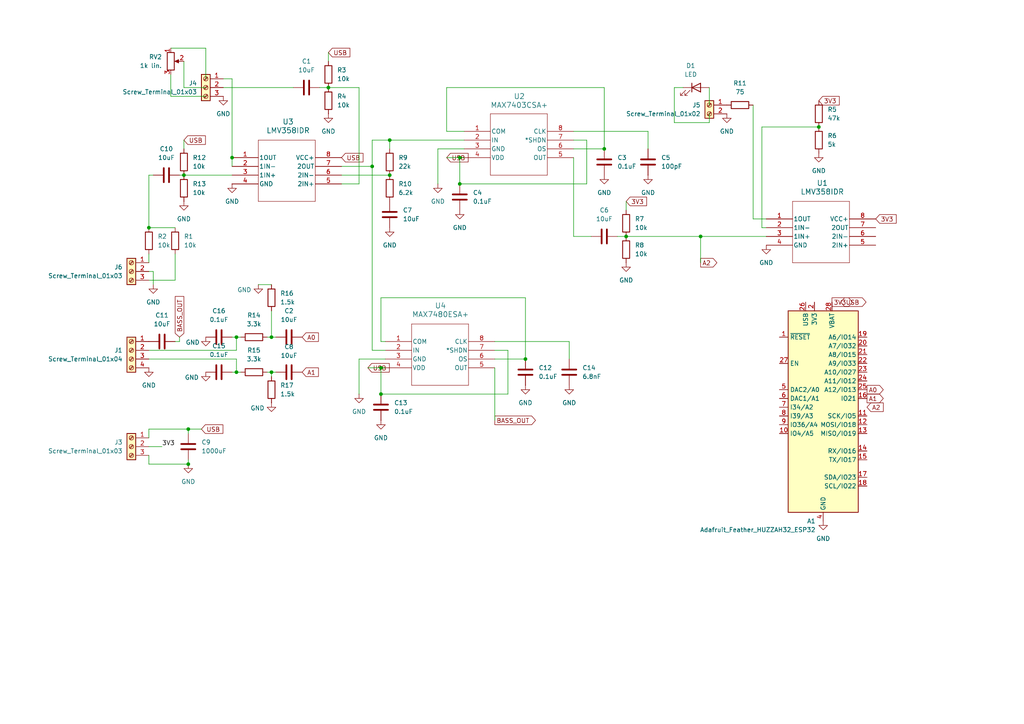
<source format=kicad_sch>
(kicad_sch (version 20231120) (generator "eeschema") (generator_version "8.0")
  (paper "A4")
  (lib_symbols
    (symbol "2024-09-15_01-54-02:MAX7403CSA+" (pin_names (offset 0.254))
      (property "Reference" "U2" (at 16.002 10.16 0))
      (property "Value" "MAX7403CSA+" (at 16.002 7.62 0))
      (symbol "MAX7403CSA+_0_1"
        (polyline (pts (xy 7.62 -12.7) (xy 24.13 -12.7)) (stroke (width 0.127)))
        (polyline (pts (xy 7.62 5.08) (xy 7.62 -12.7)) (stroke (width 0.127)))
        (polyline (pts (xy 24.13 -12.7) (xy 24.13 5.08)) (stroke (width 0.127)))
        (polyline (pts (xy 24.13 5.08) (xy 7.62 5.08)) (stroke (width 0.127)))
        (pin input line (at 0 0 0) (length 7.62) (name "COM") (number "1"))
        (pin input line (at 0 -2.54 0) (length 7.62) (name "IN") (number "2"))
        (pin power_in line (at 0 -5.08 0) (length 7.62) (name "GND") (number "3"))
        (pin power_in line (at 0 -7.62 0) (length 7.62) (name "VDD") (number "4"))
        (pin output line (at 31.75 -7.62 180) (length 7.62) (name "OUT") (number "5"))
        (pin input line (at 31.75 -5.08 180) (length 7.62) (name "OS") (number "6"))
        (pin input line (at 31.75 -2.54 180) (length 7.62) (name "*SHDN") (number "7"))
        (pin input line (at 31.75 0 180) (length 7.62) (name "CLK") (number "8"))
      )
    )
    (symbol "2024-09-15_02-31-25:LMV358IDR" (pin_names (offset 0.254))
      (property "Reference" "U3" (at 16.256 10.414 0))
      (property "Value" "LMV358IDR" (at 16.256 7.874 0))
      (symbol "LMV358IDR_0_1"
        (polyline (pts (xy 7.62 -12.7) (xy 24.13 -12.7)) (stroke (width 0.127)))
        (polyline (pts (xy 7.62 5.08) (xy 7.62 -12.7)) (stroke (width 0.127)))
        (polyline (pts (xy 24.13 -12.7) (xy 24.13 5.08)) (stroke (width 0.127)))
        (polyline (pts (xy 24.13 5.08) (xy 7.62 5.08)) (stroke (width 0.127)))
        (pin output line (at 0 0 0) (length 7.62) (name "1OUT") (number "1"))
        (pin input line (at 0 -2.54 0) (length 7.62) (name "1IN-") (number "2"))
        (pin input line (at 0 -5.08 0) (length 7.62) (name "1IN+") (number "3"))
        (pin power_in line (at 0 -7.62 0) (length 7.62) (name "GND") (number "4"))
        (pin input line (at 31.75 -7.62 180) (length 7.62) (name "2IN+") (number "5"))
        (pin input line (at 31.75 -5.08 180) (length 7.62) (name "2IN-") (number "6"))
        (pin output line (at 31.75 -2.54 180) (length 7.62) (name "2OUT") (number "7"))
        (pin power_in line (at 31.75 0 180) (length 7.62) (name "VCC+") (number "8"))
      )
    )
    (symbol "2024-10-15_04-05-58:MAX7480ESA+" (pin_names (offset 0.254))
      (property "Reference" "U4" (at 16.002 10.414 0))
      (property "Value" "MAX7480ESA+" (at 16.002 7.874 0))
      (symbol "MAX7480ESA+_0_1"
        (polyline (pts (xy 7.62 -12.7) (xy 24.13 -12.7)) (stroke (width 0.127)))
        (polyline (pts (xy 7.62 5.08) (xy 7.62 -12.7)) (stroke (width 0.127)))
        (polyline (pts (xy 24.13 -12.7) (xy 24.13 5.08)) (stroke (width 0.127)))
        (polyline (pts (xy 24.13 5.08) (xy 7.62 5.08)) (stroke (width 0.127)))
        (pin input line (at 0 0 0) (length 7.62) (name "COM") (number "1"))
        (pin input line (at 0 -2.54 0) (length 7.62) (name "IN") (number "2"))
        (pin power_in line (at 0 -5.08 0) (length 7.62) (name "GND") (number "3"))
        (pin power_in line (at 0 -7.62 0) (length 7.62) (name "VDD") (number "4"))
        (pin output line (at 31.75 -7.62 180) (length 7.62) (name "OUT") (number "5"))
        (pin input line (at 31.75 -5.08 180) (length 7.62) (name "OS") (number "6"))
        (pin input line (at 31.75 -2.54 180) (length 7.62) (name "*SHDN") (number "7"))
        (pin input line (at 31.75 0 180) (length 7.62) (name "CLK") (number "8"))
      )
    )
    (symbol "Connector:Screw_Terminal_01x02" (pin_names (offset 1.016) hide)
      (property "Reference" "J" (at 0 2.54 0))
      (property "Value" "Screw_Terminal_01x02" (at 0 -5.08 0))
      (symbol "Screw_Terminal_01x02_1_1"
        (rectangle (start -1.27 1.27) (end 1.27 -3.81) (stroke (width 0.254)) (fill (type background)))
        (circle (center 0 -2.54) (radius 0.635) (stroke (width 0.1524)))
        (polyline (pts (xy -0.5334 -2.2098) (xy 0.3302 -3.048)) (stroke (width 0.1524)))
        (polyline (pts (xy -0.5334 0.3302) (xy 0.3302 -0.508)) (stroke (width 0.1524)))
        (polyline (pts (xy -0.3556 -2.032) (xy 0.508 -2.8702)) (stroke (width 0.1524)))
        (polyline (pts (xy -0.3556 0.508) (xy 0.508 -0.3302)) (stroke (width 0.1524)))
        (circle (center 0 0) (radius 0.635) (stroke (width 0.1524)))
        (pin passive line (at -5.08 0 0) (length 3.81) (name "Pin_1") (number "1"))
        (pin passive line (at -5.08 -2.54 0) (length 3.81) (name "Pin_2") (number "2"))
      )
    )
    (symbol "Connector:Screw_Terminal_01x03" (pin_names (offset 1.016) hide)
      (property "Reference" "J" (at 0 5.08 0))
      (property "Value" "Screw_Terminal_01x03" (at 0 -5.08 0))
      (symbol "Screw_Terminal_01x03_1_1"
        (rectangle (start -1.27 3.81) (end 1.27 -3.81) (stroke (width 0.254)) (fill (type background)))
        (circle (center 0 -2.54) (radius 0.635) (stroke (width 0.1524)))
        (polyline (pts (xy -0.5334 -2.2098) (xy 0.3302 -3.048)) (stroke (width 0.1524)))
        (polyline (pts (xy -0.5334 0.3302) (xy 0.3302 -0.508)) (stroke (width 0.1524)))
        (polyline (pts (xy -0.5334 2.8702) (xy 0.3302 2.032)) (stroke (width 0.1524)))
        (polyline (pts (xy -0.3556 -2.032) (xy 0.508 -2.8702)) (stroke (width 0.1524)))
        (polyline (pts (xy -0.3556 0.508) (xy 0.508 -0.3302)) (stroke (width 0.1524)))
        (polyline (pts (xy -0.3556 3.048) (xy 0.508 2.2098)) (stroke (width 0.1524)))
        (circle (center 0 0) (radius 0.635) (stroke (width 0.1524)))
        (circle (center 0 2.54) (radius 0.635) (stroke (width 0.1524)))
        (pin passive line (at -5.08 2.54 0) (length 3.81) (name "Pin_1") (number "1"))
        (pin passive line (at -5.08 0 0) (length 3.81) (name "Pin_2") (number "2"))
        (pin passive line (at -5.08 -2.54 0) (length 3.81) (name "Pin_3") (number "3"))
      )
    )
    (symbol "Connector:Screw_Terminal_01x04" (pin_names (offset 1.016) hide)
      (property "Reference" "J" (at 0 5.08 0))
      (property "Value" "Screw_Terminal_01x04" (at 0 -7.62 0))
      (symbol "Screw_Terminal_01x04_1_1"
        (rectangle (start -1.27 3.81) (end 1.27 -6.35) (stroke (width 0.254)) (fill (type background)))
        (circle (center 0 -5.08) (radius 0.635) (stroke (width 0.1524)))
        (circle (center 0 -2.54) (radius 0.635) (stroke (width 0.1524)))
        (polyline (pts (xy -0.5334 -4.7498) (xy 0.3302 -5.588)) (stroke (width 0.1524)))
        (polyline (pts (xy -0.5334 -2.2098) (xy 0.3302 -3.048)) (stroke (width 0.1524)))
        (polyline (pts (xy -0.5334 0.3302) (xy 0.3302 -0.508)) (stroke (width 0.1524)))
        (polyline (pts (xy -0.5334 2.8702) (xy 0.3302 2.032)) (stroke (width 0.1524)))
        (polyline (pts (xy -0.3556 -4.572) (xy 0.508 -5.4102)) (stroke (width 0.1524)))
        (polyline (pts (xy -0.3556 -2.032) (xy 0.508 -2.8702)) (stroke (width 0.1524)))
        (polyline (pts (xy -0.3556 0.508) (xy 0.508 -0.3302)) (stroke (width 0.1524)))
        (polyline (pts (xy -0.3556 3.048) (xy 0.508 2.2098)) (stroke (width 0.1524)))
        (circle (center 0 0) (radius 0.635) (stroke (width 0.1524)))
        (circle (center 0 2.54) (radius 0.635) (stroke (width 0.1524)))
        (pin passive line (at -5.08 2.54 0) (length 3.81) (name "Pin_1") (number "1"))
        (pin passive line (at -5.08 0 0) (length 3.81) (name "Pin_2") (number "2"))
        (pin passive line (at -5.08 -2.54 0) (length 3.81) (name "Pin_3") (number "3"))
        (pin passive line (at -5.08 -5.08 0) (length 3.81) (name "Pin_4") (number "4"))
      )
    )
    (symbol "Device:C" (pin_numbers hide) (pin_names (offset 0.254))
      (property "Reference" "C" (at 0.635 2.54 0))
      (property "Value" "C" (at 0.635 -2.54 0))
      (symbol "C_0_1"
        (polyline (pts (xy -2.032 -0.762) (xy 2.032 -0.762)) (stroke (width 0.508)))
        (polyline (pts (xy -2.032 0.762) (xy 2.032 0.762)) (stroke (width 0.508)))
      )
      (symbol "C_1_1"
        (pin passive line (at 0 3.81 270) (length 2.794) (name "~") (number "1"))
        (pin passive line (at 0 -3.81 90) (length 2.794) (name "~") (number "2"))
      )
    )
    (symbol "Device:LED" (pin_numbers hide) (pin_names (offset 1.016) hide)
      (property "Reference" "D" (at 0 2.54 0))
      (property "Value" "LED" (at 0 -2.54 0))
      (symbol "LED_0_1"
        (polyline (pts (xy -1.27 -1.27) (xy -1.27 1.27)) (stroke (width 0.254)))
        (polyline (pts (xy -1.27 0) (xy 1.27 0)))
        (polyline (pts (xy 1.27 -1.27) (xy 1.27 1.27) (xy -1.27 0) (xy 1.27 -1.27)) (stroke (width 0.254)))
        (polyline (pts (xy -3.048 -0.762) (xy -4.572 -2.286) (xy -3.81 -2.286) (xy -4.572 -2.286) (xy -4.572 -1.524)))
        (polyline (pts (xy -1.778 -0.762) (xy -3.302 -2.286) (xy -2.54 -2.286) (xy -3.302 -2.286) (xy -3.302 -1.524)))
      )
      (symbol "LED_1_1"
        (pin passive line (at -3.81 0 0) (length 2.54) (name "K") (number "1"))
        (pin passive line (at 3.81 0 180) (length 2.54) (name "A") (number "2"))
      )
    )
    (symbol "Device:R" (pin_numbers hide) (pin_names (offset 0))
      (property "Reference" "R" (at 2.032 0 90))
      (property "Value" "R" (at 0 0 90))
      (symbol "R_0_1"
        (rectangle (start -1.016 -2.54) (end 1.016 2.54) (stroke (width 0.254)))
      )
      (symbol "R_1_1"
        (pin passive line (at 0 3.81 270) (length 1.27) (name "~") (number "1"))
        (pin passive line (at 0 -3.81 90) (length 1.27) (name "~") (number "2"))
      )
    )
    (symbol "Device:R_Potentiometer" (pin_names (offset 1.016) hide)
      (property "Reference" "RV" (at -4.445 0 90))
      (property "Value" "R_Potentiometer" (at -2.54 0 90))
      (symbol "R_Potentiometer_0_1"
        (polyline (pts (xy 2.54 0) (xy 1.524 0)))
        (polyline (pts (xy 1.143 0) (xy 2.286 0.508) (xy 2.286 -0.508) (xy 1.143 0)) (fill (type outline)))
        (rectangle (start 1.016 2.54) (end -1.016 -2.54) (stroke (width 0.254)))
      )
      (symbol "R_Potentiometer_1_1"
        (pin passive line (at 0 3.81 270) (length 1.27) (name "1") (number "1"))
        (pin passive line (at 3.81 0 180) (length 1.27) (name "2") (number "2"))
        (pin passive line (at 0 -3.81 90) (length 1.27) (name "3") (number "3"))
      )
    )
    (symbol "MCU_Module:Adafruit_Feather_HUZZAH32_ESP32"
      (property "Reference" "A" (at -10.16 29.21 0))
      (property "Value" "Adafruit_Feather_HUZZAH32_ESP32" (at 2.54 -31.75 0))
      (symbol "Adafruit_Feather_HUZZAH32_ESP32_0_1"
        (rectangle (start -10.16 27.94) (end 10.16 -30.48) (stroke (width 0.254)) (fill (type background)))
      )
      (symbol "Adafruit_Feather_HUZZAH32_ESP32_1_1"
        (pin input line (at 12.7 20.32 180) (length 2.54) (name "~{RESET}") (number "1"))
        (pin bidirectional line (at 12.7 -7.62 180) (length 2.54) (name "IO4/A5") (number "10"))
        (pin bidirectional line (at -12.7 -2.54 0) (length 2.54) (name "SCK/IO5") (number "11"))
        (pin bidirectional line (at -12.7 -5.08 0) (length 2.54) (name "MOSI/IO18") (number "12"))
        (pin bidirectional line (at -12.7 -7.62 0) (length 2.54) (name "MISO/IO19") (number "13"))
        (pin bidirectional line (at -12.7 -12.7 0) (length 2.54) (name "RX/IO16") (number "14"))
        (pin bidirectional line (at -12.7 -15.24 0) (length 2.54) (name "TX/IO17") (number "15"))
        (pin bidirectional line (at -12.7 2.54 0) (length 2.54) (name "IO21") (number "16"))
        (pin bidirectional line (at -12.7 -20.32 0) (length 2.54) (name "SDA/IO23") (number "17"))
        (pin bidirectional line (at -12.7 -22.86 0) (length 2.54) (name "SCL/IO22") (number "18"))
        (pin bidirectional line (at -12.7 20.32 0) (length 2.54) (name "A6/IO14") (number "19"))
        (pin power_in line (at 2.54 30.48 270) (length 2.54) (name "3V3") (number "2"))
        (pin bidirectional line (at -12.7 17.78 0) (length 2.54) (name "A7/IO32") (number "20"))
        (pin bidirectional line (at -12.7 15.24 0) (length 2.54) (name "A8/IO15") (number "21"))
        (pin bidirectional line (at -12.7 12.7 0) (length 2.54) (name "A9/IO33") (number "22"))
        (pin bidirectional line (at -12.7 10.16 0) (length 2.54) (name "A10/IO27") (number "23"))
        (pin bidirectional line (at -12.7 7.62 0) (length 2.54) (name "A11/IO12") (number "24"))
        (pin bidirectional line (at -12.7 5.08 0) (length 2.54) (name "A12/IO13") (number "25"))
        (pin power_in line (at 5.08 30.48 270) (length 2.54) (name "USB") (number "26"))
        (pin input line (at 12.7 12.7 180) (length 2.54) (name "EN") (number "27"))
        (pin power_in line (at -2.54 30.48 270) (length 2.54) (name "VBAT") (number "28"))
        (pin no_connect line (at 10.16 10.16 180) (length 2.54) hide (name "NC") (number "3"))
        (pin power_in line (at 0 -33.02 90) (length 2.54) (name "GND") (number "4"))
        (pin bidirectional line (at 12.7 5.08 180) (length 2.54) (name "DAC2/A0") (number "5"))
        (pin bidirectional line (at 12.7 2.54 180) (length 2.54) (name "DAC1/A1") (number "6"))
        (pin bidirectional line (at 12.7 0 180) (length 2.54) (name "I34/A2") (number "7"))
        (pin bidirectional line (at 12.7 -2.54 180) (length 2.54) (name "I39/A3") (number "8"))
        (pin bidirectional line (at 12.7 -5.08 180) (length 2.54) (name "IO36/A4") (number "9"))
      )
    )
    (symbol "power:GND" (power) (pin_numbers hide) (pin_names (offset 0) hide)
      (property "Value" "GND" (at 0 -3.81 0))
      (symbol "GND_0_1"
        (polyline (pts (xy 0 0) (xy 0 -1.27) (xy 1.27 -1.27) (xy 0 -2.54) (xy -1.27 -1.27) (xy 0 -1.27)))
      )
      (symbol "GND_1_1"
        (pin power_in line (at 0 0 270) (length 0) (name "~") (number "1"))
      )
    )
  )
  (junction (at 78.74 97.79))
  (junction (at 110.49 114.3))
  (junction (at 78.74 107.95))
  (junction (at 113.03 50.8))
  (junction (at 203.2 68.58))
  (junction (at 181.61 68.58))
  (junction (at 133.35 53.34))
  (junction (at 237.49 36.83))
  (junction (at 54.61 134.62))
  (junction (at 175.26 43.18))
  (junction (at 68.58 107.95))
  (junction (at 133.35 45.72))
  (junction (at 152.4 104.14))
  (junction (at 110.49 106.68))
  (junction (at 54.61 124.46))
  (junction (at 53.34 50.8))
  (junction (at 107.95 48.26))
  (junction (at 68.58 97.79))
  (junction (at 67.31 45.72))
  (junction (at 113.03 40.64))
  (junction (at 95.25 25.4))
  (junction (at 43.18 66.04))
  (wire (pts (xy 143.51 99.06) (xy 165.1 99.06)))
  (wire (pts (xy 68.58 101.6) (xy 68.58 97.79)))
  (wire (pts (xy 52.07 99.06) (xy 52.07 97.79)))
  (wire (pts (xy 220.98 36.83) (xy 237.49 36.83)))
  (wire (pts (xy 43.18 132.08) (xy 43.18 134.62)))
  (wire (pts (xy 54.61 133.35) (xy 54.61 134.62)))
  (wire (pts (xy 198.12 25.4) (xy 195.58 25.4)))
  (wire (pts (xy 110.49 86.36) (xy 110.49 99.06)))
  (wire (pts (xy 110.49 106.68) (xy 110.49 114.3)))
  (wire (pts (xy 110.49 99.06) (xy 111.76 99.06)))
  (wire (pts (xy 53.34 50.8) (xy 67.31 50.8)))
  (wire (pts (xy 68.58 107.95) (xy 69.85 107.95)))
  (wire (pts (xy 95.25 25.4) (xy 104.14 25.4)))
  (wire (pts (xy 53.34 50.8) (xy 52.07 50.8)))
  (wire (pts (xy 181.61 58.42) (xy 181.61 60.96)))
  (wire (pts (xy 133.35 45.72) (xy 129.54 45.72)))
  (wire (pts (xy 43.18 134.62) (xy 54.61 134.62)))
  (wire (pts (xy 166.37 45.72) (xy 166.37 68.58)))
  (wire (pts (xy 129.54 38.1) (xy 134.62 38.1)))
  (wire (pts (xy 68.58 97.79) (xy 69.85 97.79)))
  (wire (pts (xy 67.31 45.72) (xy 67.31 48.26)))
  (wire (pts (xy 67.31 45.72) (xy 67.31 22.86)))
  (wire (pts (xy 77.47 97.79) (xy 78.74 97.79)))
  (wire (pts (xy 203.2 68.58) (xy 222.25 68.58)))
  (wire (pts (xy 95.25 25.4) (xy 92.71 25.4)))
  (wire (pts (xy 147.32 101.6) (xy 147.32 114.3)))
  (wire (pts (xy 52.07 99.06) (xy 50.8 99.06)))
  (wire (pts (xy 220.98 66.04) (xy 220.98 36.83)))
  (wire (pts (xy 107.95 40.64) (xy 113.03 40.64)))
  (wire (pts (xy 44.45 78.74) (xy 43.18 78.74)))
  (wire (pts (xy 218.44 30.48) (xy 218.44 63.5)))
  (wire (pts (xy 43.18 81.28) (xy 50.8 81.28)))
  (wire (pts (xy 113.03 40.64) (xy 134.62 40.64)))
  (wire (pts (xy 54.61 124.46) (xy 58.42 124.46)))
  (wire (pts (xy 133.35 45.72) (xy 133.35 53.34)))
  (wire (pts (xy 43.18 66.04) (xy 43.18 50.8)))
  (wire (pts (xy 104.14 25.4) (xy 104.14 53.34)))
  (wire (pts (xy 49.53 27.94) (xy 59.69 27.94)))
  (wire (pts (xy 107.95 101.6) (xy 111.76 101.6)))
  (wire (pts (xy 203.2 68.58) (xy 203.2 76.2)))
  (wire (pts (xy 127 43.18) (xy 127 53.34)))
  (wire (pts (xy 111.76 104.14) (xy 104.14 104.14)))
  (wire (pts (xy 170.18 40.64) (xy 170.18 53.34)))
  (wire (pts (xy 129.54 25.4) (xy 175.26 25.4)))
  (wire (pts (xy 68.58 104.14) (xy 68.58 107.95)))
  (wire (pts (xy 175.26 25.4) (xy 175.26 43.18)))
  (wire (pts (xy 134.62 43.18) (xy 127 43.18)))
  (wire (pts (xy 43.18 129.54) (xy 46.99 129.54)))
  (wire (pts (xy 175.26 43.18) (xy 166.37 43.18)))
  (wire (pts (xy 49.53 21.59) (xy 49.53 27.94)))
  (wire (pts (xy 43.18 104.14) (xy 68.58 104.14)))
  (wire (pts (xy 222.25 66.04) (xy 220.98 66.04)))
  (wire (pts (xy 78.74 109.22) (xy 78.74 107.95)))
  (wire (pts (xy 78.74 90.17) (xy 78.74 97.79)))
  (wire (pts (xy 195.58 25.4) (xy 195.58 35.56)))
  (wire (pts (xy 64.77 25.4) (xy 85.09 25.4)))
  (wire (pts (xy 166.37 40.64) (xy 170.18 40.64)))
  (wire (pts (xy 166.37 38.1) (xy 187.96 38.1)))
  (wire (pts (xy 44.45 82.55) (xy 44.45 78.74)))
  (wire (pts (xy 143.51 106.68) (xy 143.51 121.92)))
  (wire (pts (xy 50.8 66.04) (xy 43.18 66.04)))
  (wire (pts (xy 49.53 13.97) (xy 59.69 13.97)))
  (wire (pts (xy 99.06 50.8) (xy 113.03 50.8)))
  (wire (pts (xy 205.74 33.02) (xy 205.74 35.56)))
  (wire (pts (xy 53.34 25.4) (xy 59.69 25.4)))
  (wire (pts (xy 77.47 107.95) (xy 78.74 107.95)))
  (wire (pts (xy 50.8 81.28) (xy 50.8 73.66)))
  (wire (pts (xy 205.74 25.4) (xy 205.74 30.48)))
  (wire (pts (xy 181.61 68.58) (xy 179.07 68.58)))
  (wire (pts (xy 218.44 63.5) (xy 222.25 63.5)))
  (wire (pts (xy 74.93 82.55) (xy 78.74 82.55)))
  (wire (pts (xy 110.49 106.68) (xy 111.76 106.68)))
  (wire (pts (xy 78.74 97.79) (xy 80.01 97.79)))
  (wire (pts (xy 106.68 106.68) (xy 110.49 106.68)))
  (wire (pts (xy 166.37 68.58) (xy 171.45 68.58)))
  (wire (pts (xy 107.95 40.64) (xy 107.95 48.26)))
  (wire (pts (xy 67.31 97.79) (xy 68.58 97.79)))
  (wire (pts (xy 170.18 53.34) (xy 133.35 53.34)))
  (wire (pts (xy 181.61 68.58) (xy 203.2 68.58)))
  (wire (pts (xy 104.14 104.14) (xy 104.14 114.3)))
  (wire (pts (xy 143.51 101.6) (xy 147.32 101.6)))
  (wire (pts (xy 113.03 43.18) (xy 113.03 40.64)))
  (wire (pts (xy 43.18 124.46) (xy 54.61 124.46)))
  (wire (pts (xy 67.31 22.86) (xy 64.77 22.86)))
  (wire (pts (xy 187.96 38.1) (xy 187.96 43.18)))
  (wire (pts (xy 152.4 86.36) (xy 152.4 104.14)))
  (wire (pts (xy 147.32 114.3) (xy 110.49 114.3)))
  (wire (pts (xy 78.74 107.95) (xy 80.01 107.95)))
  (wire (pts (xy 43.18 101.6) (xy 68.58 101.6)))
  (wire (pts (xy 53.34 40.64) (xy 53.34 43.18)))
  (wire (pts (xy 110.49 86.36) (xy 152.4 86.36)))
  (wire (pts (xy 95.25 15.24) (xy 95.25 17.78)))
  (wire (pts (xy 43.18 73.66) (xy 43.18 76.2)))
  (wire (pts (xy 43.18 124.46) (xy 43.18 127)))
  (wire (pts (xy 67.31 107.95) (xy 68.58 107.95)))
  (wire (pts (xy 165.1 99.06) (xy 165.1 104.14)))
  (wire (pts (xy 43.18 50.8) (xy 44.45 50.8)))
  (wire (pts (xy 107.95 48.26) (xy 99.06 48.26)))
  (wire (pts (xy 195.58 35.56) (xy 205.74 35.56)))
  (wire (pts (xy 107.95 48.26) (xy 107.95 101.6)))
  (wire (pts (xy 133.35 45.72) (xy 134.62 45.72)))
  (wire (pts (xy 53.34 17.78) (xy 53.34 25.4)))
  (wire (pts (xy 54.61 124.46) (xy 54.61 125.73)))
  (wire (pts (xy 129.54 38.1) (xy 129.54 25.4)))
  (wire (pts (xy 152.4 104.14) (xy 143.51 104.14)))
  (wire (pts (xy 59.69 13.97) (xy 59.69 22.86)))
  (wire (pts (xy 104.14 53.34) (xy 99.06 53.34)))
  (label "3V3" (at 46.99 129.54 0))
  (global_label "BASS_OUT" (shape input) (at 52.07 97.79 90) (property "Intersheetrefs" "${INTERSHEET_REFS}" (effects (hide yes))))
  (global_label "A1" (shape input) (at 87.63 107.95 0) (property "Intersheetrefs" "${INTERSHEET_REFS}" (effects (hide yes))))
  (global_label "A2" (shape input) (at 251.46 118.11 0) (property "Intersheetrefs" "${INTERSHEET_REFS}" (effects (hide yes))))
  (global_label "3V3" (shape input) (at 254 63.5 0) (property "Intersheetrefs" "${INTERSHEET_REFS}" (effects (hide yes))))
  (global_label "3V3" (shape input) (at 181.61 58.42 0) (property "Intersheetrefs" "${INTERSHEET_REFS}" (effects (hide yes))))
  (global_label "3V3" (shape output) (at 241.3 87.63 0) (property "Intersheetrefs" "${INTERSHEET_REFS}" (effects (hide yes))))
  (global_label "A0" (shape input) (at 87.63 97.79 0) (property "Intersheetrefs" "${INTERSHEET_REFS}" (effects (hide yes))))
  (global_label "USB" (shape input) (at 129.54 45.72 0) (property "Intersheetrefs" "${INTERSHEET_REFS}" (effects (hide yes))))
  (global_label "A1" (shape output) (at 251.46 115.57 0) (property "Intersheetrefs" "${INTERSHEET_REFS}" (effects (hide yes))))
  (global_label "USB" (shape input) (at 99.06 45.72 0) (property "Intersheetrefs" "${INTERSHEET_REFS}" (effects (hide yes))))
  (global_label "USB" (shape input) (at 95.25 15.24 0) (property "Intersheetrefs" "${INTERSHEET_REFS}" (effects (hide yes))))
  (global_label "A0" (shape output) (at 251.46 113.03 0) (property "Intersheetrefs" "${INTERSHEET_REFS}" (effects (hide yes))))
  (global_label "A2" (shape output) (at 203.2 76.2 0) (property "Intersheetrefs" "${INTERSHEET_REFS}" (effects (hide yes))))
  (global_label "USB" (shape input) (at 53.34 40.64 0) (property "Intersheetrefs" "${INTERSHEET_REFS}" (effects (hide yes))))
  (global_label "BASS_OUT" (shape output) (at 143.51 121.92 0) (property "Intersheetrefs" "${INTERSHEET_REFS}" (effects (hide yes))))
  (global_label "3V3" (shape input) (at 237.49 29.21 0) (property "Intersheetrefs" "${INTERSHEET_REFS}" (effects (hide yes))))
  (global_label "USB" (shape input) (at 58.42 124.46 0) (property "Intersheetrefs" "${INTERSHEET_REFS}" (effects (hide yes))))
  (global_label "USB" (shape bidirectional) (at 243.84 87.63 0) (property "Intersheetrefs" "${INTERSHEET_REFS}" (effects (hide yes))))
  (global_label "USB" (shape input) (at 106.68 106.68 0) (property "Intersheetrefs" "${INTERSHEET_REFS}" (effects (hide yes))))
  (symbol (lib_id "Connector:Screw_Terminal_01x04") (at 38.1 101.6 0) (mirror y) (unit 1)
    (property "Reference" "J1" (at 35.56 101.5999 0) (effects (justify left)))
    (property "Value" "Screw_Terminal_01x04" (at 35.56 104.1399 0) (effects (justify left)))
    (property "Footprint" "TerminalBlock:TerminalBlock_bornier-4_P5.08mm" (effects (hide yes)))
    (property "Description" "Generic screw terminal, single row, 01x04, script generated (kicad-library-utils/schlib/autogen/connector/)" (effects (hide yes)))
  )
  (symbol (lib_id "Device:R") (at 237.49 40.64 0) (unit 1)
    (property "Reference" "R6" (at 240.03 39.3699 0) (effects (justify left)))
    (property "Value" "5k" (at 240.03 41.9099 0) (effects (justify left)))
    (property "Footprint" "Resistor_SMD:R_1206_3216Metric" (effects (hide yes)))
    (property "Description" "Resistor" (effects (hide yes)))
  )
  (symbol (lib_id "power:GND") (at 222.25 71.12 0) (unit 1)
    (property "Reference" "#PWR04" (effects (hide yes)))
    (property "Value" "GND" (at 222.25 76.2 0))
    (property "Description" "Power symbol creates a global label with name \"GND\" , ground" (effects (hide yes)))
  )
  (symbol (lib_id "Device:C") (at 187.96 46.99 180) (unit 1)
    (property "Reference" "C5" (at 191.77 45.7199 0) (effects (justify right)))
    (property "Value" "100pF" (at 191.77 48.2599 0) (effects (justify right)))
    (property "Footprint" "Capacitor_SMD:C_0805_2012Metric" (effects (hide yes)))
    (property "Description" "Unpolarized capacitor" (effects (hide yes)))
  )
  (symbol (lib_id "Device:C") (at 175.26 68.58 270) (unit 1)
    (property "Reference" "C6" (at 175.26 60.96 90))
    (property "Value" "10uF" (at 175.26 63.5 90))
    (property "Footprint" "Capacitor_SMD:C_0805_2012Metric" (effects (hide yes)))
    (property "Description" "Unpolarized capacitor" (effects (hide yes)))
  )
  (symbol (lib_id "power:GND") (at 127 53.34 0) (unit 1)
    (property "Reference" "#PWR09" (effects (hide yes)))
    (property "Value" "GND" (at 127 58.42 0))
    (property "Description" "Power symbol creates a global label with name \"GND\" , ground" (effects (hide yes)))
  )
  (symbol (lib_id "Device:R") (at 78.74 113.03 0) (unit 1)
    (property "Reference" "R17" (at 81.28 111.7599 0) (effects (justify left)))
    (property "Value" "1.5k" (at 81.28 114.2999 0) (effects (justify left)))
    (property "Footprint" "Resistor_SMD:R_1206_3216Metric" (effects (hide yes)))
    (property "Description" "Resistor" (effects (hide yes)))
  )
  (symbol (lib_id "power:GND") (at 187.96 50.8 0) (unit 1)
    (property "Reference" "#PWR010" (effects (hide yes)))
    (property "Value" "GND" (at 187.96 55.88 0))
    (property "Description" "Power symbol creates a global label with name \"GND\" , ground" (effects (hide yes)))
  )
  (symbol (lib_id "Device:C") (at 63.5 107.95 90) (unit 1)
    (property "Reference" "C15" (at 63.5 100.33 90))
    (property "Value" "0.1uF" (at 63.5 102.87 90))
    (property "Footprint" "Capacitor_SMD:C_0805_2012Metric" (effects (hide yes)))
    (property "Description" "Unpolarized capacitor" (effects (hide yes)))
  )
  (symbol (lib_id "power:GND") (at 165.1 111.76 0) (unit 1)
    (property "Reference" "#PWR021" (effects (hide yes)))
    (property "Value" "GND" (at 165.1 116.84 0))
    (property "Description" "Power symbol creates a global label with name \"GND\" , ground" (effects (hide yes)))
  )
  (symbol (lib_id "Device:C") (at 152.4 107.95 180) (unit 1)
    (property "Reference" "C12" (at 156.21 106.6799 0) (effects (justify right)))
    (property "Value" "0.1uF" (at 156.21 109.2199 0) (effects (justify right)))
    (property "Footprint" "Capacitor_SMD:C_0805_2012Metric" (effects (hide yes)))
    (property "Description" "Unpolarized capacitor" (effects (hide yes)))
  )
  (symbol (lib_id "power:GND") (at 181.61 76.2 0) (unit 1)
    (property "Reference" "#PWR011" (effects (hide yes)))
    (property "Value" "GND" (at 181.61 81.28 0))
    (property "Description" "Power symbol creates a global label with name \"GND\" , ground" (effects (hide yes)))
  )
  (symbol (lib_id "power:GND") (at 210.82 33.02 0) (unit 1)
    (property "Reference" "#PWR06" (effects (hide yes)))
    (property "Value" "GND" (at 210.82 38.1 0))
    (property "Description" "Power symbol creates a global label with name \"GND\" , ground" (effects (hide yes)))
  )
  (symbol (lib_id "Device:R") (at 181.61 64.77 0) (unit 1)
    (property "Reference" "R7" (at 184.15 63.4999 0) (effects (justify left)))
    (property "Value" "10k" (at 184.15 66.0399 0) (effects (justify left)))
    (property "Footprint" "Resistor_SMD:R_1206_3216Metric" (effects (hide yes)))
    (property "Description" "Resistor" (effects (hide yes)))
  )
  (symbol (lib_id "power:GND") (at 59.69 97.79 0) (unit 1)
    (property "Reference" "#PWR023" (effects (hide yes)))
    (property "Value" "GND" (at 55.88 99.314 0))
    (property "Description" "Power symbol creates a global label with name \"GND\" , ground" (effects (hide yes)))
  )
  (symbol (lib_id "power:GND") (at 238.76 151.13 0) (unit 1)
    (property "Reference" "#PWR016" (effects (hide yes)))
    (property "Value" "GND" (at 238.76 156.21 0))
    (property "Description" "Power symbol creates a global label with name \"GND\" , ground" (effects (hide yes)))
  )
  (symbol (lib_id "Device:R") (at 95.25 21.59 0) (unit 1)
    (property "Reference" "R3" (at 97.79 20.3199 0) (effects (justify left)))
    (property "Value" "10k" (at 97.79 22.8599 0) (effects (justify left)))
    (property "Footprint" "Resistor_SMD:R_1206_3216Metric" (effects (hide yes)))
    (property "Description" "Resistor" (effects (hide yes)))
  )
  (symbol (lib_id "power:GND") (at 67.31 53.34 0) (unit 1)
    (property "Reference" "#PWR012" (effects (hide yes)))
    (property "Value" "GND" (at 67.31 58.42 0))
    (property "Description" "Power symbol creates a global label with name \"GND\" , ground" (effects (hide yes)))
  )
  (symbol (lib_id "Connector:Screw_Terminal_01x03") (at 38.1 129.54 0) (mirror y) (unit 1)
    (property "Reference" "J3" (at 35.56 128.2699 0) (effects (justify left)))
    (property "Value" "Screw_Terminal_01x03" (at 35.56 130.8099 0) (effects (justify left)))
    (property "Footprint" "TerminalBlock:TerminalBlock_bornier-3_P5.08mm" (effects (hide yes)))
    (property "Description" "Generic screw terminal, single row, 01x03, script generated (kicad-library-utils/schlib/autogen/connector/)" (effects (hide yes)))
  )
  (symbol (lib_id "power:GND") (at 175.26 50.8 0) (unit 1)
    (property "Reference" "#PWR07" (effects (hide yes)))
    (property "Value" "GND" (at 175.26 55.88 0))
    (property "Description" "Power symbol creates a global label with name \"GND\" , ground" (effects (hide yes)))
  )
  (symbol (lib_id "Device:R") (at 113.03 46.99 180) (unit 1)
    (property "Reference" "R9" (at 115.57 45.7199 0) (effects (justify right)))
    (property "Value" "22k" (at 115.57 48.2599 0) (effects (justify right)))
    (property "Footprint" "Resistor_SMD:R_1206_3216Metric" (effects (hide yes)))
    (property "Description" "Resistor" (effects (hide yes)))
  )
  (symbol (lib_id "Device:C") (at 54.61 129.54 180) (unit 1)
    (property "Reference" "C9" (at 58.42 128.2699 0) (effects (justify right)))
    (property "Value" "1000uF" (at 58.42 130.8099 0) (effects (justify right)))
    (property "Footprint" "Capacitor_THT:CP_Radial_D8.0mm_P3.50mm" (effects (hide yes)))
    (property "Description" "Unpolarized capacitor" (effects (hide yes)))
  )
  (symbol (lib_id "power:GND") (at 54.61 134.62 0) (unit 1)
    (property "Reference" "#PWR015" (effects (hide yes)))
    (property "Value" "GND" (at 54.61 139.7 0))
    (property "Description" "Power symbol creates a global label with name \"GND\" , ground" (effects (hide yes)))
  )
  (symbol (lib_id "Device:LED") (at 201.93 25.4 0) (unit 1)
    (property "Reference" "D1" (at 200.3425 19.05 0))
    (property "Value" "LED" (at 200.3425 21.59 0))
    (property "Description" "Light emitting diode" (effects (hide yes)))
  )
  (symbol (lib_id "Connector:Screw_Terminal_01x02") (at 205.74 30.48 0) (mirror y) (unit 1)
    (property "Reference" "J5" (at 203.2 30.4799 0) (effects (justify left)))
    (property "Value" "Screw_Terminal_01x02" (at 203.2 33.0199 0) (effects (justify left)))
    (property "Footprint" "TerminalBlock:TerminalBlock_bornier-2_P5.08mm" (effects (hide yes)))
    (property "Description" "Generic screw terminal, single row, 01x02, script generated (kicad-library-utils/schlib/autogen/connector/)" (effects (hide yes)))
  )
  (symbol (lib_id "2024-09-15_02-31-25:LMV358IDR") (at 67.31 45.72 0) (unit 1)
    (property "Reference" "U3" (at 83.566 35.306 0) (effects (font (size 1.524 1.524))))
    (property "Value" "LMV358IDR" (at 83.566 37.846 0) (effects (font (size 1.524 1.524))))
    (property "Footprint" "footprints:21-0041B_8_MXM" (effects (hide yes)))
    (property "Datasheet" "LMV358IDR" (effects (hide yes)))
    (property "Sim.Library" "C:\\Users\\Nikita.SYNYTSIA\\Documents\\KiCad\\LMV358IDR\\KiCADv6\\footprints.pretty\\D8.kicad_mod" (effects (hide yes)))
  )
  (symbol (lib_id "power:GND") (at 133.35 60.96 0) (unit 1)
    (property "Reference" "#PWR08" (effects (hide yes)))
    (property "Value" "GND" (at 133.35 66.04 0))
    (property "Description" "Power symbol creates a global label with name \"GND\" , ground" (effects (hide yes)))
  )
  (symbol (lib_id "power:GND") (at 59.69 107.95 0) (unit 1)
    (property "Reference" "#PWR022" (effects (hide yes)))
    (property "Value" "GND" (at 55.626 109.474 0))
    (property "Description" "Power symbol creates a global label with name \"GND\" , ground" (effects (hide yes)))
  )
  (symbol (lib_id "Device:C") (at 133.35 57.15 180) (unit 1)
    (property "Reference" "C4" (at 137.16 55.8799 0) (effects (justify right)))
    (property "Value" "0.1uF" (at 137.16 58.4199 0) (effects (justify right)))
    (property "Footprint" "Capacitor_SMD:C_0805_2012Metric" (effects (hide yes)))
    (property "Description" "Unpolarized capacitor" (effects (hide yes)))
  )
  (symbol (lib_id "Device:R") (at 78.74 86.36 0) (unit 1)
    (property "Reference" "R16" (at 81.28 85.0899 0) (effects (justify left)))
    (property "Value" "1.5k" (at 81.28 87.6299 0) (effects (justify left)))
    (property "Footprint" "Resistor_SMD:R_1206_3216Metric" (effects (hide yes)))
    (property "Description" "Resistor" (effects (hide yes)))
  )
  (symbol (lib_id "power:GND") (at 113.03 66.04 0) (unit 1)
    (property "Reference" "#PWR013" (effects (hide yes)))
    (property "Value" "GND" (at 113.03 71.12 0))
    (property "Description" "Power symbol creates a global label with name \"GND\" , ground" (effects (hide yes)))
  )
  (symbol (lib_id "Device:R") (at 43.18 69.85 0) (unit 1)
    (property "Reference" "R2" (at 45.72 68.5799 0) (effects (justify left)))
    (property "Value" "10k" (at 45.72 71.1199 0) (effects (justify left)))
    (property "Footprint" "Resistor_SMD:R_1206_3216Metric" (effects (hide yes)))
    (property "Description" "Resistor" (effects (hide yes)))
  )
  (symbol (lib_id "Device:C") (at 83.82 97.79 270) (unit 1)
    (property "Reference" "C2" (at 83.82 90.17 90))
    (property "Value" "10uF" (at 83.82 92.71 90))
    (property "Footprint" "Capacitor_SMD:C_0805_2012Metric" (effects (hide yes)))
    (property "Description" "Unpolarized capacitor" (effects (hide yes)))
  )
  (symbol (lib_id "power:GND") (at 237.49 44.45 0) (unit 1)
    (property "Reference" "#PWR05" (effects (hide yes)))
    (property "Value" "GND" (at 237.49 49.53 0))
    (property "Description" "Power symbol creates a global label with name \"GND\" , ground" (effects (hide yes)))
  )
  (symbol (lib_id "2024-10-15_04-05-58:MAX7480ESA+") (at 111.76 99.06 0) (unit 1)
    (property "Reference" "U4" (at 127.762 88.646 0) (effects (font (size 1.524 1.524))))
    (property "Value" "MAX7480ESA+" (at 127.762 91.186 0) (effects (font (size 1.524 1.524))))
    (property "Footprint" "21-0041B_8_MXM" (effects (hide yes)))
    (property "Datasheet" "MAX7480ESA+" (effects (hide yes)))
    (property "Sim.Library" "C:\\Users\\Nikita.SYNYTSIA\\Documents\\KiCad\\MAX7480ESA_\\KiCADv6\\footprints.pretty\\21-0041B_8_MXM.kicad_mod" (effects (hide yes)))
  )
  (symbol (lib_id "Device:C") (at 83.82 107.95 270) (unit 1)
    (property "Reference" "C8" (at 83.82 100.584 90))
    (property "Value" "10uF" (at 83.82 103.124 90))
    (property "Footprint" "Capacitor_SMD:C_0805_2012Metric" (effects (hide yes)))
    (property "Description" "Unpolarized capacitor" (effects (hide yes)))
  )
  (symbol (lib_id "Device:R") (at 113.03 54.61 180) (unit 1)
    (property "Reference" "R10" (at 115.57 53.3399 0) (effects (justify right)))
    (property "Value" "6.2k" (at 115.57 55.8799 0) (effects (justify right)))
    (property "Footprint" "Resistor_SMD:R_1206_3216Metric" (effects (hide yes)))
    (property "Description" "Resistor" (effects (hide yes)))
  )
  (symbol (lib_id "power:GND") (at 104.14 114.3 0) (unit 1)
    (property "Reference" "#PWR020" (effects (hide yes)))
    (property "Value" "GND" (at 104.14 119.38 0))
    (property "Description" "Power symbol creates a global label with name \"GND\" , ground" (effects (hide yes)))
  )
  (symbol (lib_id "2024-09-15_02-31-25:LMV358IDR") (at 222.25 63.5 0) (unit 1)
    (property "Reference" "U1" (at 238.506 53.086 0) (effects (font (size 1.524 1.524))))
    (property "Value" "LMV358IDR" (at 238.506 55.626 0) (effects (font (size 1.524 1.524))))
    (property "Footprint" "footprints:21-0041B_8_MXM" (effects (hide yes)))
    (property "Datasheet" "LMV358IDR" (effects (hide yes)))
    (property "Sim.Library" "C:\\Users\\Nikita.SYNYTSIA\\Documents\\KiCad\\LMV358IDR\\KiCADv6\\footprints.pretty\\D8.kicad_mod" (effects (hide yes)))
  )
  (symbol (lib_id "Device:C") (at 48.26 50.8 270) (unit 1)
    (property "Reference" "C10" (at 48.26 43.18 90))
    (property "Value" "10uF" (at 48.26 45.72 90))
    (property "Footprint" "Capacitor_SMD:C_0805_2012Metric" (effects (hide yes)))
    (property "Description" "Unpolarized capacitor" (effects (hide yes)))
  )
  (symbol (lib_id "Connector:Screw_Terminal_01x03") (at 59.69 25.4 0) (mirror y) (unit 1)
    (property "Reference" "J4" (at 57.15 24.1299 0) (effects (justify left)))
    (property "Value" "Screw_Terminal_01x03" (at 57.15 26.6699 0) (effects (justify left)))
    (property "Footprint" "TerminalBlock:TerminalBlock_bornier-3_P5.08mm" (effects (hide yes)))
    (property "Description" "Generic screw terminal, single row, 01x03, script generated (kicad-library-utils/schlib/autogen/connector/)" (effects (hide yes)))
  )
  (symbol (lib_id "Device:C") (at 63.5 97.79 90) (unit 1)
    (property "Reference" "C16" (at 63.5 90.17 90))
    (property "Value" "0.1uF" (at 63.5 92.71 90))
    (property "Footprint" "Capacitor_SMD:C_0805_2012Metric" (effects (hide yes)))
    (property "Description" "Unpolarized capacitor" (effects (hide yes)))
  )
  (symbol (lib_id "Device:C") (at 110.49 118.11 180) (unit 1)
    (property "Reference" "C13" (at 114.3 116.8399 0) (effects (justify right)))
    (property "Value" "0.1uF" (at 114.3 119.3799 0) (effects (justify right)))
    (property "Footprint" "Capacitor_SMD:C_0805_2012Metric" (effects (hide yes)))
    (property "Description" "Unpolarized capacitor" (effects (hide yes)))
  )
  (symbol (lib_id "Device:R") (at 53.34 54.61 0) (unit 1)
    (property "Reference" "R13" (at 55.88 53.3399 0) (effects (justify left)))
    (property "Value" "10k" (at 55.88 55.8799 0) (effects (justify left)))
    (property "Footprint" "Resistor_SMD:R_1206_3216Metric" (effects (hide yes)))
    (property "Description" "Resistor" (effects (hide yes)))
  )
  (symbol (lib_id "power:GND") (at 74.93 82.55 0) (unit 1)
    (property "Reference" "#PWR024" (effects (hide yes)))
    (property "Value" "GND" (at 70.866 84.074 0))
    (property "Description" "Power symbol creates a global label with name \"GND\" , ground" (effects (hide yes)))
  )
  (symbol (lib_id "Device:C") (at 165.1 107.95 180) (unit 1)
    (property "Reference" "C14" (at 168.91 106.6799 0) (effects (justify right)))
    (property "Value" "6.8nF" (at 168.91 109.2199 0) (effects (justify right)))
    (property "Footprint" "Capacitor_SMD:C_0805_2012Metric" (effects (hide yes)))
    (property "Description" "Unpolarized capacitor" (effects (hide yes)))
  )
  (symbol (lib_id "power:GND") (at 110.49 121.92 0) (unit 1)
    (property "Reference" "#PWR019" (effects (hide yes)))
    (property "Value" "GND" (at 110.49 127 0))
    (property "Description" "Power symbol creates a global label with name \"GND\" , ground" (effects (hide yes)))
  )
  (symbol (lib_id "Device:C") (at 175.26 46.99 180) (unit 1)
    (property "Reference" "C3" (at 179.07 45.7199 0) (effects (justify right)))
    (property "Value" "0.1uF" (at 179.07 48.2599 0) (effects (justify right)))
    (property "Footprint" "Capacitor_SMD:C_0805_2012Metric" (effects (hide yes)))
    (property "Description" "Unpolarized capacitor" (effects (hide yes)))
  )
  (symbol (lib_id "power:GND") (at 43.18 106.68 0) (unit 1)
    (property "Reference" "#PWR014" (effects (hide yes)))
    (property "Value" "GND" (at 43.18 111.76 0))
    (property "Description" "Power symbol creates a global label with name \"GND\" , ground" (effects (hide yes)))
  )
  (symbol (lib_id "Device:R") (at 237.49 33.02 0) (unit 1)
    (property "Reference" "R5" (at 240.03 31.7499 0) (effects (justify left)))
    (property "Value" "47k" (at 240.03 34.2899 0) (effects (justify left)))
    (property "Footprint" "Resistor_SMD:R_1206_3216Metric" (effects (hide yes)))
    (property "Description" "Resistor" (effects (hide yes)))
  )
  (symbol (lib_id "Device:R") (at 95.25 29.21 0) (unit 1)
    (property "Reference" "R4" (at 97.79 27.9399 0) (effects (justify left)))
    (property "Value" "10k" (at 97.79 30.4799 0) (effects (justify left)))
    (property "Footprint" "Resistor_SMD:R_1206_3216Metric" (effects (hide yes)))
    (property "Description" "Resistor" (effects (hide yes)))
  )
  (symbol (lib_id "power:GND") (at 44.45 82.55 0) (unit 1)
    (property "Reference" "#PWR01" (effects (hide yes)))
    (property "Value" "GND" (at 44.45 87.63 0))
    (property "Description" "Power symbol creates a global label with name \"GND\" , ground" (effects (hide yes)))
  )
  (symbol (lib_id "power:GND") (at 78.74 116.84 0) (unit 1)
    (property "Reference" "#PWR025" (effects (hide yes)))
    (property "Value" "GND" (at 74.676 118.364 0))
    (property "Description" "Power symbol creates a global label with name \"GND\" , ground" (effects (hide yes)))
  )
  (symbol (lib_id "Device:C") (at 113.03 62.23 180) (unit 1)
    (property "Reference" "C7" (at 116.84 60.9599 0) (effects (justify right)))
    (property "Value" "10uF" (at 116.84 63.4999 0) (effects (justify right)))
    (property "Footprint" "Capacitor_SMD:C_0805_2012Metric" (effects (hide yes)))
    (property "Description" "Unpolarized capacitor" (effects (hide yes)))
  )
  (symbol (lib_id "Device:R") (at 214.63 30.48 270) (unit 1)
    (property "Reference" "R11" (at 214.63 24.13 90))
    (property "Value" "75" (at 214.63 26.67 90))
    (property "Footprint" "Resistor_SMD:R_1206_3216Metric" (effects (hide yes)))
    (property "Description" "Resistor" (effects (hide yes)))
  )
  (symbol (lib_id "power:GND") (at 64.77 27.94 0) (unit 1)
    (property "Reference" "#PWR03" (effects (hide yes)))
    (property "Value" "GND" (at 64.77 33.02 0))
    (property "Description" "Power symbol creates a global label with name \"GND\" , ground" (effects (hide yes)))
  )
  (symbol (lib_id "power:GND") (at 95.25 33.02 0) (unit 1)
    (property "Reference" "#PWR02" (effects (hide yes)))
    (property "Value" "GND" (at 95.25 38.1 0))
    (property "Description" "Power symbol creates a global label with name \"GND\" , ground" (effects (hide yes)))
  )
  (symbol (lib_id "Device:R") (at 50.8 69.85 0) (unit 1)
    (property "Reference" "R1" (at 53.34 68.5799 0) (effects (justify left)))
    (property "Value" "10k" (at 53.34 71.1199 0) (effects (justify left)))
    (property "Footprint" "Resistor_SMD:R_1206_3216Metric" (effects (hide yes)))
    (property "Description" "Resistor" (effects (hide yes)))
  )
  (symbol (lib_id "Device:C") (at 88.9 25.4 270) (unit 1)
    (property "Reference" "C1" (at 88.9 17.78 90))
    (property "Value" "10uF" (at 88.9 20.32 90))
    (property "Footprint" "Capacitor_SMD:C_0805_2012Metric" (effects (hide yes)))
    (property "Description" "Unpolarized capacitor" (effects (hide yes)))
  )
  (symbol (lib_id "power:GND") (at 152.4 111.76 0) (unit 1)
    (property "Reference" "#PWR018" (effects (hide yes)))
    (property "Value" "GND" (at 152.4 116.84 0))
    (property "Description" "Power symbol creates a global label with name \"GND\" , ground" (effects (hide yes)))
  )
  (symbol (lib_id "Device:R") (at 73.66 97.79 270) (unit 1)
    (property "Reference" "R14" (at 73.66 91.44 90))
    (property "Value" "3.3k" (at 73.66 93.98 90))
    (property "Footprint" "Resistor_SMD:R_1206_3216Metric" (effects (hide yes)))
    (property "Description" "Resistor" (effects (hide yes)))
  )
  (symbol (lib_id "Connector:Screw_Terminal_01x03") (at 38.1 78.74 0) (mirror y) (unit 1)
    (property "Reference" "J6" (at 35.56 77.4699 0) (effects (justify left)))
    (property "Value" "Screw_Terminal_01x03" (at 35.56 80.0099 0) (effects (justify left)))
    (property "Footprint" "TerminalBlock:TerminalBlock_bornier-3_P5.08mm" (effects (hide yes)))
    (property "Description" "Generic screw terminal, single row, 01x03, script generated (kicad-library-utils/schlib/autogen/connector/)" (effects (hide yes)))
  )
  (symbol (lib_id "Device:R") (at 53.34 46.99 0) (unit 1)
    (property "Reference" "R12" (at 55.88 45.7199 0) (effects (justify left)))
    (property "Value" "10k" (at 55.88 48.2599 0) (effects (justify left)))
    (property "Footprint" "Resistor_SMD:R_1206_3216Metric" (effects (hide yes)))
    (property "Description" "Resistor" (effects (hide yes)))
  )
  (symbol (lib_id "Device:R") (at 181.61 72.39 0) (unit 1)
    (property "Reference" "R8" (at 184.15 71.1199 0) (effects (justify left)))
    (property "Value" "10k" (at 184.15 73.6599 0) (effects (justify left)))
    (property "Footprint" "Resistor_SMD:R_1206_3216Metric" (effects (hide yes)))
    (property "Description" "Resistor" (effects (hide yes)))
  )
  (symbol (lib_id "power:GND") (at 53.34 58.42 0) (unit 1)
    (property "Reference" "#PWR017" (effects (hide yes)))
    (property "Value" "GND" (at 53.34 63.5 0))
    (property "Description" "Power symbol creates a global label with name \"GND\" , ground" (effects (hide yes)))
  )
  (symbol (lib_id "Device:R") (at 73.66 107.95 270) (unit 1)
    (property "Reference" "R15" (at 73.66 101.6 90))
    (property "Value" "3.3k" (at 73.66 104.14 90))
    (property "Footprint" "Resistor_SMD:R_1206_3216Metric" (effects (hide yes)))
    (property "Description" "Resistor" (effects (hide yes)))
  )
  (symbol (lib_id "Device:C") (at 46.99 99.06 270) (unit 1)
    (property "Reference" "C11" (at 46.99 91.44 90))
    (property "Value" "10uF" (at 46.99 93.98 90))
    (property "Footprint" "Capacitor_SMD:C_0805_2012Metric" (effects (hide yes)))
    (property "Description" "Unpolarized capacitor" (effects (hide yes)))
  )
  (symbol (lib_id "2024-09-15_01-54-02:MAX7403CSA+") (at 134.62 38.1 0) (unit 1)
    (property "Reference" "U2" (at 150.622 27.94 0) (effects (font (size 1.524 1.524))))
    (property "Value" "MAX7403CSA+" (at 150.622 30.48 0) (effects (font (size 1.524 1.524))))
    (property "Footprint" "footprints:21-0041B_8_MXM" (effects (hide yes)))
    (property "Datasheet" "MAX7403CSA+" (effects (hide yes)))
    (property "Sim.Library" "C:\\Users\\Nikita.SYNYTSIA\\Documents\\KiCad\\MAX7403CSA_\\KiCADv6\\footprints.pretty\\21-0041B_8_MXM-M.kicad_mod" (effects (hide yes)))
  )
  (symbol (lib_id "Device:R_Potentiometer") (at 49.53 17.78 0) (unit 1)
    (property "Reference" "RV2" (at 46.99 16.5099 0) (effects (justify right)))
    (property "Value" "1k lin." (at 46.99 19.0499 0) (effects (justify right)))
    (property "Description" "Potentiometer" (effects (hide yes)))
  )
  (symbol (lib_id "MCU_Module:Adafruit_Feather_HUZZAH32_ESP32") (at 238.76 118.11 0) (mirror y) (unit 1)
    (property "Reference" "A1" (at 236.5659 151.13 0) (effects (justify left)))
    (property "Value" "Adafruit_Feather_HUZZAH32_ESP32" (at 236.5659 153.67 0) (effects (justify left)))
    (property "Footprint" "Module:Adafruit_Feather" (effects (hide yes)))
    (property "Datasheet" "https://cdn-learn.adafruit.com/downloads/pdf/adafruit-huzzah32-esp32-feather.pdf" (effects (hide yes)))
    (property "Description" "Microcontroller module with ESP32 MCU" (effects (hide yes)))
  )
)
</source>
